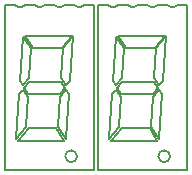
<source format=gto>
G04 Layer_Color=65535*
%FSTAX24Y24*%
%MOIN*%
G70*
G01*
G75*
%ADD16C,0.0050*%
D16*
X042579Y02674D02*
G03*
X042579Y02674I-000197J0D01*
G01*
X039476D02*
G03*
X039476Y02674I-000197J0D01*
G01*
X040821Y029012D02*
X040974Y029218D01*
X040821Y029012D02*
X040946Y028805D01*
X042004D01*
X042172Y029011D01*
X042032Y029218D02*
X042172Y029011D01*
X040974Y029218D02*
X042032Y029218D01*
X041998Y028722D02*
X04221Y028959D01*
X041927Y02771D02*
X041998Y028722D01*
X041927Y02771D02*
X042211Y02733D01*
X042314Y028812D01*
X04221Y028959D02*
X042314Y028812D01*
X040636D02*
X040761Y028959D01*
X040532Y02731D02*
X040636Y028812D01*
X040869Y027708D02*
X040939Y028721D01*
X040761Y028959D02*
X040939Y028721D01*
X040829Y030764D02*
X041101Y030352D01*
X042075D01*
X042395Y030764D01*
X040829D02*
X042395D01*
X040188Y031791D02*
X040503D01*
X040621Y031712D01*
X04073D01*
X040848Y031791D01*
X041163D01*
X041281Y031712D01*
X041389D01*
X041507Y031791D01*
X041822D01*
X04194Y031712D01*
X042048D01*
X042167Y031791D01*
X042481D01*
X0426Y031712D01*
X042708D01*
X042826Y031791D01*
X043141D01*
Y026279D02*
Y031791D01*
X040188Y026279D02*
X043141D01*
X040188D02*
Y031791D01*
X040963Y027671D02*
X041894D01*
X040623Y027259D02*
X040963Y027671D01*
X040623Y027259D02*
X042151D01*
X041894Y027671D02*
X042151Y027259D01*
X040772Y029101D02*
X040982Y029338D01*
X041052Y03035D01*
X040768Y03073D02*
X041052Y03035D01*
X040665Y029243D02*
X040768Y03073D01*
X040665Y029243D02*
X040772Y029101D01*
X042221D02*
X042344Y029243D01*
X042447Y030732D01*
X04211Y030352D02*
X042447Y030732D01*
X04204Y02934D02*
X04211Y030352D01*
X04204Y02934D02*
X042221Y029101D01*
X040532Y02731D02*
X040869Y027708D01*
X037718Y029012D02*
X037871Y029218D01*
X037718Y029012D02*
X037843Y028805D01*
X038902D01*
X03907Y029011D01*
X03893Y029218D02*
X03907Y029011D01*
X037871Y029218D02*
X03893Y029218D01*
X038895Y028722D02*
X039108Y028959D01*
X038825Y02771D02*
X038895Y028722D01*
X038825Y02771D02*
X039109Y02733D01*
X039212Y028812D01*
X039108Y028959D02*
X039212Y028812D01*
X037534D02*
X037659Y028959D01*
X037429Y02731D02*
X037534Y028812D01*
X037767Y027708D02*
X037837Y028721D01*
X037659Y028959D02*
X037837Y028721D01*
X037726Y030764D02*
X037999Y030352D01*
X038972D01*
X039293Y030764D01*
X037726D02*
X039293D01*
X037086Y031791D02*
X037401D01*
X037519Y031712D01*
X037627D01*
X037745Y031791D01*
X03806D01*
X038178Y031712D01*
X038287D01*
X038405Y031791D01*
X03872D01*
X038838Y031712D01*
X038946D01*
X039064Y031791D01*
X039379D01*
X039497Y031712D01*
X039606D01*
X039724Y031791D01*
X040039D01*
Y026279D02*
Y031791D01*
X037086Y026279D02*
X040039D01*
X037086D02*
Y031791D01*
X03786Y027671D02*
X038791D01*
X03752Y027259D02*
X03786Y027671D01*
X03752Y027259D02*
X039048D01*
X038791Y027671D02*
X039048Y027259D01*
X03767Y029101D02*
X037879Y029338D01*
X03795Y03035D01*
X037666Y03073D02*
X03795Y03035D01*
X037563Y029243D02*
X037666Y03073D01*
X037563Y029243D02*
X03767Y029101D01*
X039119D02*
X039241Y029243D01*
X039345Y030732D01*
X039008Y030352D02*
X039345Y030732D01*
X038938Y02934D02*
X039008Y030352D01*
X038938Y02934D02*
X039119Y029101D01*
X037429Y02731D02*
X037767Y027708D01*
M02*

</source>
